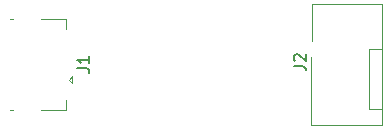
<source format=gbr>
G04 #@! TF.GenerationSoftware,KiCad,Pcbnew,(5.1.5)-3*
G04 #@! TF.CreationDate,2020-03-04T17:46:10+00:00*
G04 #@! TF.ProjectId,test pieces,74657374-2070-4696-9563-65732e6b6963,rev?*
G04 #@! TF.SameCoordinates,Original*
G04 #@! TF.FileFunction,Legend,Top*
G04 #@! TF.FilePolarity,Positive*
%FSLAX46Y46*%
G04 Gerber Fmt 4.6, Leading zero omitted, Abs format (unit mm)*
G04 Created by KiCad (PCBNEW (5.1.5)-3) date 2020-03-04 17:46:10*
%MOMM*%
%LPD*%
G04 APERTURE LIST*
%ADD10C,0.120000*%
%ADD11C,0.150000*%
G04 APERTURE END LIST*
D10*
X152390000Y-138160000D02*
X152390000Y-138760000D01*
X152090000Y-138460000D02*
X152390000Y-138760000D01*
X152090000Y-138460000D02*
X152390000Y-138160000D01*
X151860000Y-133290000D02*
X151860000Y-134160000D01*
X151860000Y-141030000D02*
X149790000Y-141030000D01*
X151860000Y-133290000D02*
X149790000Y-133290000D01*
X151860000Y-140160000D02*
X151860000Y-141030000D01*
X147390000Y-141030000D02*
X147140000Y-141030000D01*
X147390000Y-133290000D02*
X147140000Y-133290000D01*
X172660000Y-142320000D02*
X172660000Y-136570000D01*
X172710000Y-135220000D02*
X172710000Y-132020000D01*
X172710000Y-132020000D02*
X178660000Y-132020000D01*
X178660000Y-132020000D02*
X178660000Y-142320000D01*
X178660000Y-142320000D02*
X172660000Y-142320000D01*
X178560000Y-140970000D02*
X177550000Y-140970000D01*
X177550000Y-140970000D02*
X177550000Y-135890000D01*
X177550000Y-135890000D02*
X178560000Y-135890000D01*
D11*
X152842380Y-137493333D02*
X153556666Y-137493333D01*
X153699523Y-137540952D01*
X153794761Y-137636190D01*
X153842380Y-137779047D01*
X153842380Y-137874285D01*
X153842380Y-136493333D02*
X153842380Y-137064761D01*
X153842380Y-136779047D02*
X152842380Y-136779047D01*
X152985238Y-136874285D01*
X153080476Y-136969523D01*
X153128095Y-137064761D01*
X171162380Y-137303333D02*
X171876666Y-137303333D01*
X172019523Y-137350952D01*
X172114761Y-137446190D01*
X172162380Y-137589047D01*
X172162380Y-137684285D01*
X171257619Y-136874761D02*
X171210000Y-136827142D01*
X171162380Y-136731904D01*
X171162380Y-136493809D01*
X171210000Y-136398571D01*
X171257619Y-136350952D01*
X171352857Y-136303333D01*
X171448095Y-136303333D01*
X171590952Y-136350952D01*
X172162380Y-136922380D01*
X172162380Y-136303333D01*
M02*

</source>
